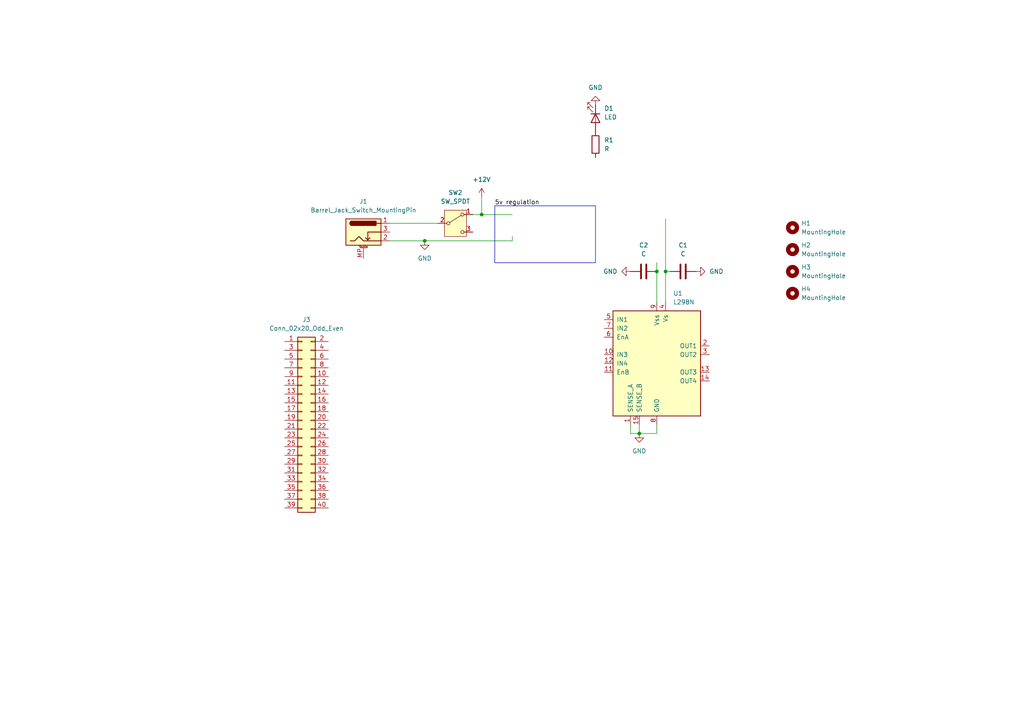
<source format=kicad_sch>
(kicad_sch (version 20230121) (generator eeschema)
  (paper "A4")
  (lib_symbols
    (symbol "Connector:Barrel_Jack_Switch_MountingPin" (pin_names hide)
      (property "Reference" "J" (at 0 5.334 0))
      (property "Value" "Barrel_Jack_Switch_MountingPin" (at 1.27 -6.35 0))
      (symbol "Barrel_Jack_Switch_MountingPin_0_1"
        (rectangle (start -5.08 3.81) (end 5.08 -3.81) (stroke (width 0.254)) (fill (type background)))
        (arc (start -3.302 3.175) (mid -3.9343 2.54) (end -3.302 1.905) (stroke (width 0.254)))
        (arc (start -3.302 3.175) (mid -3.9343 2.54) (end -3.302 1.905) (stroke (width 0.254)) (fill (type outline)))
        (polyline (pts (xy 1.27 -2.286) (xy 1.905 -1.651)) (stroke (width 0.254)))
        (polyline (pts (xy 5.08 2.54) (xy 3.81 2.54)) (stroke (width 0.254)))
        (polyline (pts (xy 5.08 0) (xy 1.27 0) (xy 1.27 -2.286) (xy 0.635 -1.651)) (stroke (width 0.254)))
        (polyline (pts (xy -3.81 -2.54) (xy -2.54 -2.54) (xy -1.27 -1.27) (xy 0 -2.54) (xy 2.54 -2.54) (xy 5.08 -2.54)) (stroke (width 0.254)))
        (rectangle (start 3.683 3.175) (end -3.302 1.905) (stroke (width 0.254)) (fill (type outline)))
      )
      (symbol "Barrel_Jack_Switch_MountingPin_1_1"
        (polyline (pts (xy -1.016 -4.572) (xy 1.016 -4.572)) (stroke (width 0.1524)))
        (text "Mounting" (at 0 -4.191 0) (effects (font (size 0.381 0.381))))
        (pin passive line (at 7.62 2.54 180) (length 2.54) (name "~") (number "1"))
        (pin passive line (at 7.62 -2.54 180) (length 2.54) (name "~") (number "2"))
        (pin passive line (at 7.62 0 180) (length 2.54) (name "~") (number "3"))
        (pin passive line (at 0 -7.62 90) (length 3.048) (name "MountPin") (number "MP"))
      )
    )
    (symbol "Connector_Generic:Conn_02x20_Odd_Even" (pin_names (offset 1.016) hide)
      (property "Reference" "J" (at 1.27 25.4 0))
      (property "Value" "Conn_02x20_Odd_Even" (at 1.27 -27.94 0))
      (symbol "Conn_02x20_Odd_Even_1_1"
        (rectangle (start -1.27 -25.273) (end 0 -25.527) (stroke (width 0.1524)))
        (rectangle (start -1.27 -22.733) (end 0 -22.987) (stroke (width 0.1524)))
        (rectangle (start -1.27 -20.193) (end 0 -20.447) (stroke (width 0.1524)))
        (rectangle (start -1.27 -17.653) (end 0 -17.907) (stroke (width 0.1524)))
        (rectangle (start -1.27 -15.113) (end 0 -15.367) (stroke (width 0.1524)))
        (rectangle (start -1.27 -12.573) (end 0 -12.827) (stroke (width 0.1524)))
        (rectangle (start -1.27 -10.033) (end 0 -10.287) (stroke (width 0.1524)))
        (rectangle (start -1.27 -7.493) (end 0 -7.747) (stroke (width 0.1524)))
        (rectangle (start -1.27 -4.953) (end 0 -5.207) (stroke (width 0.1524)))
        (rectangle (start -1.27 -2.413) (end 0 -2.667) (stroke (width 0.1524)))
        (rectangle (start -1.27 0.127) (end 0 -0.127) (stroke (width 0.1524)))
        (rectangle (start -1.27 2.667) (end 0 2.413) (stroke (width 0.1524)))
        (rectangle (start -1.27 5.207) (end 0 4.953) (stroke (width 0.1524)))
        (rectangle (start -1.27 7.747) (end 0 7.493) (stroke (width 0.1524)))
        (rectangle (start -1.27 10.287) (end 0 10.033) (stroke (width 0.1524)))
        (rectangle (start -1.27 12.827) (end 0 12.573) (stroke (width 0.1524)))
        (rectangle (start -1.27 15.367) (end 0 15.113) (stroke (width 0.1524)))
        (rectangle (start -1.27 17.907) (end 0 17.653) (stroke (width 0.1524)))
        (rectangle (start -1.27 20.447) (end 0 20.193) (stroke (width 0.1524)))
        (rectangle (start -1.27 22.987) (end 0 22.733) (stroke (width 0.1524)))
        (rectangle (start -1.27 24.13) (end 3.81 -26.67) (stroke (width 0.254)) (fill (type background)))
        (rectangle (start 3.81 -25.273) (end 2.54 -25.527) (stroke (width 0.1524)))
        (rectangle (start 3.81 -22.733) (end 2.54 -22.987) (stroke (width 0.1524)))
        (rectangle (start 3.81 -20.193) (end 2.54 -20.447) (stroke (width 0.1524)))
        (rectangle (start 3.81 -17.653) (end 2.54 -17.907) (stroke (width 0.1524)))
        (rectangle (start 3.81 -15.113) (end 2.54 -15.367) (stroke (width 0.1524)))
        (rectangle (start 3.81 -12.573) (end 2.54 -12.827) (stroke (width 0.1524)))
        (rectangle (start 3.81 -10.033) (end 2.54 -10.287) (stroke (width 0.1524)))
        (rectangle (start 3.81 -7.493) (end 2.54 -7.747) (stroke (width 0.1524)))
        (rectangle (start 3.81 -4.953) (end 2.54 -5.207) (stroke (width 0.1524)))
        (rectangle (start 3.81 -2.413) (end 2.54 -2.667) (stroke (width 0.1524)))
        (rectangle (start 3.81 0.127) (end 2.54 -0.127) (stroke (width 0.1524)))
        (rectangle (start 3.81 2.667) (end 2.54 2.413) (stroke (width 0.1524)))
        (rectangle (start 3.81 5.207) (end 2.54 4.953) (stroke (width 0.1524)))
        (rectangle (start 3.81 7.747) (end 2.54 7.493) (stroke (width 0.1524)))
        (rectangle (start 3.81 10.287) (end 2.54 10.033) (stroke (width 0.1524)))
        (rectangle (start 3.81 12.827) (end 2.54 12.573) (stroke (width 0.1524)))
        (rectangle (start 3.81 15.367) (end 2.54 15.113) (stroke (width 0.1524)))
        (rectangle (start 3.81 17.907) (end 2.54 17.653) (stroke (width 0.1524)))
        (rectangle (start 3.81 20.447) (end 2.54 20.193) (stroke (width 0.1524)))
        (rectangle (start 3.81 22.987) (end 2.54 22.733) (stroke (width 0.1524)))
        (pin passive line (at -5.08 22.86 0) (length 3.81) (name "Pin_1") (number "1"))
        (pin passive line (at 7.62 12.7 180) (length 3.81) (name "Pin_10") (number "10"))
        (pin passive line (at -5.08 10.16 0) (length 3.81) (name "Pin_11") (number "11"))
        (pin passive line (at 7.62 10.16 180) (length 3.81) (name "Pin_12") (number "12"))
        (pin passive line (at -5.08 7.62 0) (length 3.81) (name "Pin_13") (number "13"))
        (pin passive line (at 7.62 7.62 180) (length 3.81) (name "Pin_14") (number "14"))
        (pin passive line (at -5.08 5.08 0) (length 3.81) (name "Pin_15") (number "15"))
        (pin passive line (at 7.62 5.08 180) (length 3.81) (name "Pin_16") (number "16"))
        (pin passive line (at -5.08 2.54 0) (length 3.81) (name "Pin_17") (number "17"))
        (pin passive line (at 7.62 2.54 180) (length 3.81) (name "Pin_18") (number "18"))
        (pin passive line (at -5.08 0 0) (length 3.81) (name "Pin_19") (number "19"))
        (pin passive line (at 7.62 22.86 180) (length 3.81) (name "Pin_2") (number "2"))
        (pin passive line (at 7.62 0 180) (length 3.81) (name "Pin_20") (number "20"))
        (pin passive line (at -5.08 -2.54 0) (length 3.81) (name "Pin_21") (number "21"))
        (pin passive line (at 7.62 -2.54 180) (length 3.81) (name "Pin_22") (number "22"))
        (pin passive line (at -5.08 -5.08 0) (length 3.81) (name "Pin_23") (number "23"))
        (pin passive line (at 7.62 -5.08 180) (length 3.81) (name "Pin_24") (number "24"))
        (pin passive line (at -5.08 -7.62 0) (length 3.81) (name "Pin_25") (number "25"))
        (pin passive line (at 7.62 -7.62 180) (length 3.81) (name "Pin_26") (number "26"))
        (pin passive line (at -5.08 -10.16 0) (length 3.81) (name "Pin_27") (number "27"))
        (pin passive line (at 7.62 -10.16 180) (length 3.81) (name "Pin_28") (number "28"))
        (pin passive line (at -5.08 -12.7 0) (length 3.81) (name "Pin_29") (number "29"))
        (pin passive line (at -5.08 20.32 0) (length 3.81) (name "Pin_3") (number "3"))
        (pin passive line (at 7.62 -12.7 180) (length 3.81) (name "Pin_30") (number "30"))
        (pin passive line (at -5.08 -15.24 0) (length 3.81) (name "Pin_31") (number "31"))
        (pin passive line (at 7.62 -15.24 180) (length 3.81) (name "Pin_32") (number "32"))
        (pin passive line (at -5.08 -17.78 0) (length 3.81) (name "Pin_33") (number "33"))
        (pin passive line (at 7.62 -17.78 180) (length 3.81) (name "Pin_34") (number "34"))
        (pin passive line (at -5.08 -20.32 0) (length 3.81) (name "Pin_35") (number "35"))
        (pin passive line (at 7.62 -20.32 180) (length 3.81) (name "Pin_36") (number "36"))
        (pin passive line (at -5.08 -22.86 0) (length 3.81) (name "Pin_37") (number "37"))
        (pin passive line (at 7.62 -22.86 180) (length 3.81) (name "Pin_38") (number "38"))
        (pin passive line (at -5.08 -25.4 0) (length 3.81) (name "Pin_39") (number "39"))
        (pin passive line (at 7.62 20.32 180) (length 3.81) (name "Pin_4") (number "4"))
        (pin passive line (at 7.62 -25.4 180) (length 3.81) (name "Pin_40") (number "40"))
        (pin passive line (at -5.08 17.78 0) (length 3.81) (name "Pin_5") (number "5"))
        (pin passive line (at 7.62 17.78 180) (length 3.81) (name "Pin_6") (number "6"))
        (pin passive line (at -5.08 15.24 0) (length 3.81) (name "Pin_7") (number "7"))
        (pin passive line (at 7.62 15.24 180) (length 3.81) (name "Pin_8") (number "8"))
        (pin passive line (at -5.08 12.7 0) (length 3.81) (name "Pin_9") (number "9"))
      )
    )
    (symbol "Device:C" (pin_numbers hide) (pin_names (offset 0.254))
      (property "Reference" "C" (at 0.635 2.54 0))
      (property "Value" "C" (at 0.635 -2.54 0))
      (symbol "C_0_1"
        (polyline (pts (xy -2.032 -0.762) (xy 2.032 -0.762)) (stroke (width 0.508)))
        (polyline (pts (xy -2.032 0.762) (xy 2.032 0.762)) (stroke (width 0.508)))
      )
      (symbol "C_1_1"
        (pin passive line (at 0 3.81 270) (length 2.794) (name "~") (number "1"))
        (pin passive line (at 0 -3.81 90) (length 2.794) (name "~") (number "2"))
      )
    )
    (symbol "Device:LED" (pin_numbers hide) (pin_names (offset 1.016) hide)
      (property "Reference" "D" (at 0 2.54 0))
      (property "Value" "LED" (at 0 -2.54 0))
      (symbol "LED_0_1"
        (polyline (pts (xy -1.27 -1.27) (xy -1.27 1.27)) (stroke (width 0.254)))
        (polyline (pts (xy -1.27 0) (xy 1.27 0)))
        (polyline (pts (xy 1.27 -1.27) (xy 1.27 1.27) (xy -1.27 0) (xy 1.27 -1.27)) (stroke (width 0.254)))
        (polyline (pts (xy -3.048 -0.762) (xy -4.572 -2.286) (xy -3.81 -2.286) (xy -4.572 -2.286) (xy -4.572 -1.524)))
        (polyline (pts (xy -1.778 -0.762) (xy -3.302 -2.286) (xy -2.54 -2.286) (xy -3.302 -2.286) (xy -3.302 -1.524)))
      )
      (symbol "LED_1_1"
        (pin passive line (at -3.81 0 0) (length 2.54) (name "K") (number "1"))
        (pin passive line (at 3.81 0 180) (length 2.54) (name "A") (number "2"))
      )
    )
    (symbol "Device:R" (pin_numbers hide) (pin_names (offset 0))
      (property "Reference" "R" (at 2.032 0 90))
      (property "Value" "R" (at 0 0 90))
      (symbol "R_0_1"
        (rectangle (start -1.016 -2.54) (end 1.016 2.54) (stroke (width 0.254)))
      )
      (symbol "R_1_1"
        (pin passive line (at 0 3.81 270) (length 1.27) (name "~") (number "1"))
        (pin passive line (at 0 -3.81 90) (length 1.27) (name "~") (number "2"))
      )
    )
    (symbol "Driver_Motor:L298N" (pin_names (offset 1.016))
      (property "Reference" "U" (at -10.16 16.51 0))
      (property "Value" "L298N" (at 12.7 16.51 0))
      (symbol "L298N_0_1"
        (rectangle (start -12.7 15.24) (end 12.7 -15.24) (stroke (width 0.254)) (fill (type background)))
      )
      (symbol "L298N_1_1"
        (pin power_in line (at -7.62 -17.78 90) (length 2.54) (name "SENSE_A") (number "1"))
        (pin input line (at -15.24 2.54 0) (length 2.54) (name "IN3") (number "10"))
        (pin input line (at -15.24 -2.54 0) (length 2.54) (name "EnB") (number "11"))
        (pin input line (at -15.24 0 0) (length 2.54) (name "IN4") (number "12"))
        (pin output line (at 15.24 -2.54 180) (length 2.54) (name "OUT3") (number "13"))
        (pin output line (at 15.24 -5.08 180) (length 2.54) (name "OUT4") (number "14"))
        (pin power_in line (at -5.08 -17.78 90) (length 2.54) (name "SENSE_B") (number "15"))
        (pin output line (at 15.24 5.08 180) (length 2.54) (name "OUT1") (number "2"))
        (pin output line (at 15.24 2.54 180) (length 2.54) (name "OUT2") (number "3"))
        (pin power_in line (at 2.54 17.78 270) (length 2.54) (name "Vs") (number "4"))
        (pin input line (at -15.24 12.7 0) (length 2.54) (name "IN1") (number "5"))
        (pin input line (at -15.24 7.62 0) (length 2.54) (name "EnA") (number "6"))
        (pin input line (at -15.24 10.16 0) (length 2.54) (name "IN2") (number "7"))
        (pin power_in line (at 0 -17.78 90) (length 2.54) (name "GND") (number "8"))
        (pin power_in line (at 0 17.78 270) (length 2.54) (name "Vss") (number "9"))
      )
    )
    (symbol "Mechanical:MountingHole" (pin_names (offset 1.016))
      (property "Reference" "H" (at 0 5.08 0))
      (property "Value" "MountingHole" (at 0 3.175 0))
      (symbol "MountingHole_0_1"
        (circle (center 0 0) (radius 1.27) (stroke (width 1.27)))
      )
    )
    (symbol "Switch:SW_SPDT" (pin_names (offset 0) hide)
      (property "Reference" "SW" (at 0 5.08 0))
      (property "Value" "SW_SPDT" (at 0 -5.08 0))
      (symbol "SW_SPDT_0_1"
        (circle (center -2.032 0) (radius 0.4572))
        (polyline (pts (xy -1.651 0.254) (xy 1.651 2.286)))
        (circle (center 2.032 -2.54) (radius 0.4572))
        (circle (center 2.032 2.54) (radius 0.4572))
      )
      (symbol "SW_SPDT_1_1"
        (rectangle (start -3.175 3.81) (end 3.175 -3.81) (fill (type background)))
        (pin passive line (at 5.08 2.54 180) (length 2.54) (name "A") (number "1"))
        (pin passive line (at -5.08 0 0) (length 2.54) (name "B") (number "2"))
        (pin passive line (at 5.08 -2.54 180) (length 2.54) (name "C") (number "3"))
      )
    )
    (symbol "power:+12V" (power) (pin_names (offset 0))
      (property "Value" "+12V" (at 0 3.556 0))
      (symbol "+12V_0_1"
        (polyline (pts (xy -0.762 1.27) (xy 0 2.54)))
        (polyline (pts (xy 0 0) (xy 0 2.54)))
        (polyline (pts (xy 0 2.54) (xy 0.762 1.27)))
      )
      (symbol "+12V_1_1"
        (pin power_in line (at 0 0 90) (length 0) hide (name "+12V") (number "1"))
      )
    )
    (symbol "power:GND" (power) (pin_names (offset 0))
      (property "Value" "GND" (at 0 -3.81 0))
      (symbol "GND_0_1"
        (polyline (pts (xy 0 0) (xy 0 -1.27) (xy 1.27 -1.27) (xy 0 -2.54) (xy -1.27 -1.27) (xy 0 -1.27)))
      )
      (symbol "GND_1_1"
        (pin power_in line (at 0 0 270) (length 0) hide (name "GND") (number "1"))
      )
    )
  )
  (junction (at 185.42 125.73))
  (junction (at 139.7 62.23))
  (junction (at 190.5 78.74))
  (junction (at 193.04 78.74))
  (junction (at 123.19 69.85))
  (wire (pts (xy 193.04 78.74) (xy 194.31 78.74)))
  (wire (pts (xy 185.42 123.19) (xy 185.42 125.73)))
  (wire (pts (xy 190.5 123.19) (xy 190.5 125.73)))
  (wire (pts (xy 139.7 62.23) (xy 148.59 62.23)))
  (wire (pts (xy 113.03 69.85) (xy 123.19 69.85)))
  (wire (pts (xy 190.5 125.73) (xy 185.42 125.73)))
  (wire (pts (xy 193.04 78.74) (xy 193.04 87.63)))
  (wire (pts (xy 123.19 69.85) (xy 148.59 69.85)))
  (wire (pts (xy 137.16 62.23) (xy 139.7 62.23)))
  (wire (pts (xy 190.5 76.2) (xy 190.5 78.74)))
  (wire (pts (xy 193.04 63.5) (xy 193.04 78.74)))
  (wire (pts (xy 148.59 69.85) (xy 148.59 68.58)))
  (wire (pts (xy 139.7 57.15) (xy 139.7 62.23)))
  (wire (pts (xy 185.42 125.73) (xy 182.88 125.73)))
  (wire (pts (xy 182.88 123.19) (xy 182.88 125.73)))
  (wire (pts (xy 113.03 64.77) (xy 127 64.77)))
  (wire (pts (xy 190.5 78.74) (xy 190.5 87.63)))
  (rectangle (start 143.51 59.69) (end 172.72 76.2))
  (label "5v regulation" (at 143.51 59.69 0))
  (symbol (lib_id "Device:R") (at 172.72 41.91 0) (unit 1)
    (property "Reference" "R1" (at 175.26 40.64 0) (effects (justify left)))
    (property "Value" "R" (at 175.26 43.18 0) (effects (justify left)))
  )
  (symbol (lib_id "power:GND") (at 172.72 30.48 180) (unit 1)
    (property "Reference" "#PWR06" (effects hide))
    (property "Value" "GND" (at 172.72 25.4 0))
  )
  (symbol (lib_id "Driver_Motor:L298N") (at 190.5 105.41 0) (unit 1)
    (property "Reference" "U1" (at 195.2341 85.09 0) (effects (justify left)))
    (property "Value" "L298N" (at 195.2341 87.63 0) (effects (justify left)))
    (property "Footprint" "Package_TO_SOT_THT:TO-220-15_P2.54x2.54mm_StaggerOdd_Lead4.58mm_Vertical" (effects hide))
    (property "Datasheet" "http://www.st.com/st-web-ui/static/active/en/resource/technical/document/datasheet/CD00000240.pdf" (effects hide))
  )
  (symbol (lib_id "Mechanical:MountingHole") (at 229.87 72.39 0) (unit 1)
    (property "Reference" "H2" (at 232.41 71.12 0) (effects (justify left)))
    (property "Value" "MountingHole" (at 232.41 73.66 0) (effects (justify left)))
  )
  (symbol (lib_id "Connector:Barrel_Jack_Switch_MountingPin") (at 105.41 67.31 0) (unit 1)
    (property "Reference" "J1" (at 105.41 58.42 0))
    (property "Value" "Barrel_Jack_Switch_MountingPin" (at 105.41 60.96 0))
    (property "Footprint" "Connector_BarrelJack:BarrelJack_Horizontal" (effects hide))
  )
  (symbol (lib_id "Device:C") (at 186.69 78.74 90) (unit 1)
    (property "Reference" "C2" (at 186.69 71.12 90))
    (property "Value" "C" (at 186.69 73.66 90))
    (property "Footprint" "Capacitor_THT:C_Disc_D3.0mm_W1.6mm_P2.50mm" (effects hide))
  )
  (symbol (lib_id "Mechanical:MountingHole") (at 229.87 78.74 0) (unit 1)
    (property "Reference" "H3" (at 232.41 77.47 0) (effects (justify left)))
    (property "Value" "MountingHole" (at 232.41 80.01 0) (effects (justify left)))
  )
  (symbol (lib_id "power:GND") (at 182.88 78.74 270) (unit 1)
    (property "Reference" "#PWR05" (effects hide))
    (property "Value" "GND" (at 179.07 78.74 90) (effects (justify right)))
  )
  (symbol (lib_id "power:+12V") (at 139.7 57.15 0) (unit 1)
    (property "Reference" "#PWR01" (effects hide))
    (property "Value" "+12V" (at 139.7 52.07 0))
  )
  (symbol (lib_id "power:GND") (at 123.19 69.85 0) (unit 1)
    (property "Reference" "#PWR02" (effects hide))
    (property "Value" "GND" (at 123.19 74.93 0))
  )
  (symbol (lib_id "Connector_Generic:Conn_02x20_Odd_Even") (at 87.63 121.92 0) (unit 1)
    (property "Reference" "J3" (at 88.9 92.71 0))
    (property "Value" "Conn_02x20_Odd_Even" (at 88.9 95.25 0))
  )
  (symbol (lib_id "Device:C") (at 198.12 78.74 90) (unit 1)
    (property "Reference" "C1" (at 198.12 71.12 90))
    (property "Value" "C" (at 198.12 73.66 90))
    (property "Footprint" "Capacitor_THT:C_Disc_D3.0mm_W1.6mm_P2.50mm" (effects hide))
  )
  (symbol (lib_id "power:GND") (at 201.93 78.74 90) (unit 1)
    (property "Reference" "#PWR04" (effects hide))
    (property "Value" "GND" (at 205.74 78.74 90) (effects (justify right)))
  )
  (symbol (lib_id "Device:LED") (at 172.72 34.29 270) (unit 1)
    (property "Reference" "D1" (at 175.26 31.4325 90) (effects (justify left)))
    (property "Value" "LED" (at 175.26 33.9725 90) (effects (justify left)))
  )
  (symbol (lib_id "power:GND") (at 185.42 125.73 0) (unit 1)
    (property "Reference" "#PWR03" (effects hide))
    (property "Value" "GND" (at 185.42 130.81 0))
  )
  (symbol (lib_id "Mechanical:MountingHole") (at 229.87 85.09 0) (unit 1)
    (property "Reference" "H4" (at 232.41 83.82 0) (effects (justify left)))
    (property "Value" "MountingHole" (at 232.41 86.36 0) (effects (justify left)))
  )
  (symbol (lib_id "Switch:SW_SPDT") (at 132.08 64.77 0) (unit 1)
    (property "Reference" "SW2" (at 132.08 55.88 0))
    (property "Value" "SW_SPDT" (at 132.08 58.42 0))
  )
  (symbol (lib_id "Mechanical:MountingHole") (at 229.87 66.04 0) (unit 1)
    (property "Reference" "H1" (at 232.41 64.77 0) (effects (justify left)))
    (property "Value" "MountingHole" (at 232.41 67.31 0) (effects (justify left)))
  )
)
</source>
